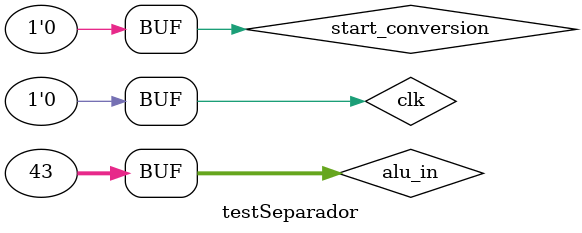
<source format=v>
`timescale 1ns / 1ps


module testSeparador;

	// Inputs
	reg [31:0] alu_in;
	reg start_conversion;
	reg tx_done;
	reg clk;

	// Outputs
	wire [7:0] value_to_send;
	wire tx_start;

	// Instantiate the Unit Under Test (UUT)
	SeparadorNumeros uut (
		.alu_in(alu_in), 
		.start_conversion(start_conversion), 
		.tx_done(tx_done), 
		.clk(clk),
		.value_to_send(value_to_send), 
		.tx_start(tx_start)
	);

	initial begin
		// Initialize Inputs
		clk = 0;
		alu_in = 0;
		start_conversion = 0;
		tx_done = 1;
		
		alu_in = 1234567898;
		#4;
		start_conversion = 1;
		#4;
		start_conversion = 0;
		#400;
		
		
		alu_in = 43;
		#4;
		start_conversion = 1;
		#4;
		start_conversion = 0;

	end
	
	always@(posedge clk)
	begin
	if(tx_start)
	begin	
		tx_done = 0;
		#30;
		tx_done = 1;
	end
	end

always
	begin
		#1; clk = 1;
		#1; clk = 0;
	end
      
	
      
endmodule


</source>
